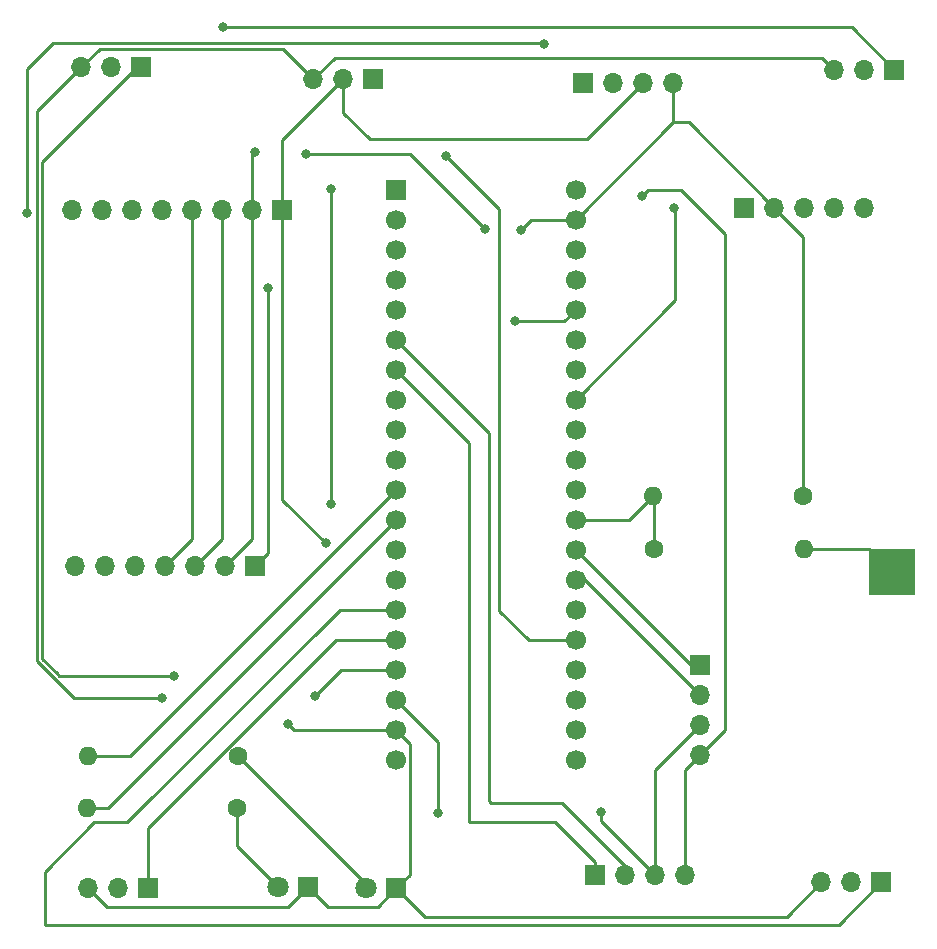
<source format=gbr>
%TF.GenerationSoftware,KiCad,Pcbnew,(6.0.1-0)*%
%TF.CreationDate,2022-02-26T01:43:07+01:00*%
%TF.ProjectId,YMFC-32,594d4643-2d33-4322-9e6b-696361645f70,rev?*%
%TF.SameCoordinates,Original*%
%TF.FileFunction,Copper,L1,Top*%
%TF.FilePolarity,Positive*%
%FSLAX46Y46*%
G04 Gerber Fmt 4.6, Leading zero omitted, Abs format (unit mm)*
G04 Created by KiCad (PCBNEW (6.0.1-0)) date 2022-02-26 01:43:07*
%MOMM*%
%LPD*%
G01*
G04 APERTURE LIST*
%TA.AperFunction,ComponentPad*%
%ADD10C,1.700000*%
%TD*%
%TA.AperFunction,ComponentPad*%
%ADD11R,1.700000X1.700000*%
%TD*%
%TA.AperFunction,ComponentPad*%
%ADD12O,1.700000X1.700000*%
%TD*%
%TA.AperFunction,SMDPad,CuDef*%
%ADD13R,4.000000X4.000000*%
%TD*%
%TA.AperFunction,ComponentPad*%
%ADD14C,1.600000*%
%TD*%
%TA.AperFunction,ComponentPad*%
%ADD15O,1.600000X1.600000*%
%TD*%
%TA.AperFunction,ComponentPad*%
%ADD16R,1.800000X1.800000*%
%TD*%
%TA.AperFunction,ComponentPad*%
%ADD17C,1.800000*%
%TD*%
%TA.AperFunction,ViaPad*%
%ADD18C,0.800000*%
%TD*%
%TA.AperFunction,Conductor*%
%ADD19C,0.250000*%
%TD*%
G04 APERTURE END LIST*
D10*
%TO.P,U1,40,GND*%
%TO.N,GND2*%
X152570000Y-70970000D03*
D11*
%TO.P,U1,1,PB12*%
%TO.N,unconnected-(U1-Pad1)*%
X137330000Y-70970000D03*
D10*
%TO.P,U1,39,GND*%
%TO.N,GND1*%
X152570000Y-73510000D03*
%TO.P,U1,2,PB13*%
%TO.N,unconnected-(U1-Pad2)*%
X137330000Y-73510000D03*
%TO.P,U1,38,3V3*%
%TO.N,+3V3*%
X152570000Y-76050000D03*
%TO.P,U1,3,PB14*%
%TO.N,unconnected-(U1-Pad3)*%
X137330000Y-76050000D03*
%TO.P,U1,37,RST*%
%TO.N,unconnected-(U1-Pad37)*%
X152570000Y-78590000D03*
%TO.P,U1,4,PB15*%
%TO.N,unconnected-(U1-Pad4)*%
X137330000Y-78590000D03*
%TO.P,U1,36,PB11*%
%TO.N,SDA*%
X152570000Y-81130000D03*
%TO.P,U1,5,PA8*%
%TO.N,unconnected-(U1-Pad5)*%
X137330000Y-81130000D03*
%TO.P,U1,35,PB10*%
%TO.N,SCL*%
X152570000Y-83670000D03*
%TO.P,U1,6,PA9*%
%TO.N,UART_RX*%
X137330000Y-83670000D03*
%TO.P,U1,34,PB1*%
%TO.N,unconnected-(U1-Pad34)*%
X152570000Y-86210000D03*
%TO.P,U1,7,PA10*%
%TO.N,UART_TX*%
X137330000Y-86210000D03*
%TO.P,U1,33,PB0*%
%TO.N,TLM_TX*%
X152570000Y-88750000D03*
%TO.P,U1,8,PA11*%
%TO.N,unconnected-(U1-Pad8)*%
X137330000Y-88750000D03*
%TO.P,U1,32,PA7*%
%TO.N,unconnected-(U1-Pad32)*%
X152570000Y-91290000D03*
%TO.P,U1,9,PA12*%
%TO.N,unconnected-(U1-Pad9)*%
X137330000Y-91290000D03*
%TO.P,U1,31,PA6*%
%TO.N,unconnected-(U1-Pad31)*%
X152570000Y-93830000D03*
%TO.P,U1,10,PA15*%
%TO.N,unconnected-(U1-Pad10)*%
X137330000Y-93830000D03*
%TO.P,U1,30,PA5*%
%TO.N,unconnected-(U1-Pad30)*%
X152570000Y-96370000D03*
%TO.P,U1,11,PB3*%
%TO.N,LED_GREEN*%
X137330000Y-96370000D03*
%TO.P,U1,29,PA4*%
%TO.N,V_BAT*%
X152570000Y-98910000D03*
%TO.P,U1,12,PB4*%
%TO.N,LED_RED*%
X137330000Y-98910000D03*
%TO.P,U1,28,PA3*%
%TO.N,GPS_TX*%
X152570000Y-101450000D03*
%TO.P,U1,13,PB5*%
%TO.N,unconnected-(U1-Pad13)*%
X137330000Y-101450000D03*
%TO.P,U1,27,PA2*%
%TO.N,GPS_RX*%
X152570000Y-103990000D03*
%TO.P,U1,14,PB6*%
%TO.N,ESC_1*%
X137330000Y-103990000D03*
%TO.P,U1,26,PA1*%
%TO.N,unconnected-(U1-Pad26)*%
X152570000Y-106530000D03*
%TO.P,U1,15,PB7*%
%TO.N,ESC_2*%
X137330000Y-106530000D03*
%TO.P,U1,25,PA0*%
%TO.N,PPM*%
X152570000Y-109070000D03*
%TO.P,U1,16,PB8*%
%TO.N,ESC_3*%
X137330000Y-109070000D03*
%TO.P,U1,24,PC15*%
%TO.N,unconnected-(U1-Pad24)*%
X152570000Y-111610000D03*
%TO.P,U1,17,PB9*%
%TO.N,ESC_4*%
X137330000Y-111610000D03*
%TO.P,U1,23,PC14*%
%TO.N,unconnected-(U1-Pad23)*%
X152570000Y-114150000D03*
%TO.P,U1,18,5V*%
%TO.N,+5V*%
X137330000Y-114150000D03*
%TO.P,U1,22,PC13*%
%TO.N,unconnected-(U1-Pad22)*%
X152570000Y-116690000D03*
%TO.P,U1,19,GND*%
%TO.N,GND*%
X137330000Y-116690000D03*
%TO.P,U1,21,VBat*%
%TO.N,unconnected-(U1-Pad21)*%
X152570000Y-119230000D03*
%TO.P,U1,20,3V3*%
%TO.N,unconnected-(U1-Pad20)*%
X137330000Y-119230000D03*
%TD*%
D11*
%TO.P,J5,1,Pin_1*%
%TO.N,ESC_4*%
X115725000Y-60600000D03*
D12*
%TO.P,J5,2,Pin_2*%
%TO.N,unconnected-(J5-Pad2)*%
X113185000Y-60600000D03*
%TO.P,J5,3,Pin_3*%
%TO.N,GND*%
X110645000Y-60600000D03*
%TD*%
D13*
%TO.P,J6,1,Pin_1*%
%TO.N,Net-(J6-Pad1)*%
X179300000Y-103300000D03*
%TD*%
D14*
%TO.P,R4,1*%
%TO.N,GND1*%
X171800000Y-96900000D03*
D15*
%TO.P,R4,2*%
%TO.N,V_BAT*%
X159100000Y-96900000D03*
%TD*%
D11*
%TO.P,J4,1,Pin_1*%
%TO.N,ESC_3*%
X116325000Y-130100000D03*
D12*
%TO.P,J4,2,Pin_2*%
%TO.N,unconnected-(J4-Pad2)*%
X113785000Y-130100000D03*
%TO.P,J4,3,Pin_3*%
%TO.N,GND*%
X111245000Y-130100000D03*
%TD*%
D11*
%TO.P,J11,1,Pin_1*%
%TO.N,+3V3*%
X125440000Y-102800000D03*
D12*
%TO.P,J11,2,Pin_2*%
%TO.N,GND1*%
X122900000Y-102800000D03*
%TO.P,J11,3,Pin_3*%
%TO.N,SCL*%
X120360000Y-102800000D03*
%TO.P,J11,4,Pin_4*%
%TO.N,SDA*%
X117820000Y-102800000D03*
%TO.P,J11,5,Pin_5*%
%TO.N,unconnected-(J11-Pad5)*%
X115280000Y-102800000D03*
%TO.P,J11,6,Pin_6*%
%TO.N,unconnected-(J11-Pad6)*%
X112740000Y-102800000D03*
%TO.P,J11,7,Pin_7*%
%TO.N,unconnected-(J11-Pad7)*%
X110200000Y-102800000D03*
%TD*%
D16*
%TO.P,D2,1,K*%
%TO.N,GND*%
X129900000Y-130000000D03*
D17*
%TO.P,D2,2,A*%
%TO.N,Net-(D2-Pad2)*%
X127360000Y-130000000D03*
%TD*%
D16*
%TO.P,D1,1,K*%
%TO.N,GND*%
X137375000Y-130100000D03*
D17*
%TO.P,D1,2,A*%
%TO.N,Net-(D1-Pad2)*%
X134835000Y-130100000D03*
%TD*%
D11*
%TO.P,J2,1,Pin_1*%
%TO.N,ESC_1*%
X179525000Y-60800000D03*
D12*
%TO.P,J2,2,Pin_2*%
%TO.N,+5V*%
X176985000Y-60800000D03*
%TO.P,J2,3,Pin_3*%
%TO.N,GND*%
X174445000Y-60800000D03*
%TD*%
D14*
%TO.P,R2,1*%
%TO.N,Net-(D2-Pad2)*%
X123900000Y-123300000D03*
D15*
%TO.P,R2,2*%
%TO.N,LED_RED*%
X111200000Y-123300000D03*
%TD*%
D11*
%TO.P,J3,1,Pin_1*%
%TO.N,ESC_2*%
X178425000Y-129600000D03*
D12*
%TO.P,J3,2,Pin_2*%
%TO.N,unconnected-(J3-Pad2)*%
X175885000Y-129600000D03*
%TO.P,J3,3,Pin_3*%
%TO.N,GND*%
X173345000Y-129600000D03*
%TD*%
D11*
%TO.P,J12,1,Pin_1*%
%TO.N,+5V*%
X166825000Y-72500000D03*
D12*
%TO.P,J12,2,Pin_2*%
%TO.N,GND1*%
X169365000Y-72500000D03*
%TO.P,J12,3,Pin_3*%
%TO.N,SCL*%
X171905000Y-72500000D03*
%TO.P,J12,4,Pin_4*%
%TO.N,SDA*%
X174445000Y-72500000D03*
%TO.P,J12,5,Pin_5*%
%TO.N,unconnected-(J12-Pad5)*%
X176985000Y-72500000D03*
%TD*%
D11*
%TO.P,J1,1,Pin_1*%
%TO.N,PPM*%
X135425000Y-61600000D03*
D12*
%TO.P,J1,2,Pin_2*%
%TO.N,+5V*%
X132885000Y-61600000D03*
%TO.P,J1,3,Pin_3*%
%TO.N,GND*%
X130345000Y-61600000D03*
%TD*%
D11*
%TO.P,J9,1,Pin_1*%
%TO.N,GPS_TX*%
X163100000Y-111200000D03*
D12*
%TO.P,J9,2,Pin_2*%
%TO.N,GPS_RX*%
X163100000Y-113740000D03*
%TO.P,J9,3,Pin_3*%
%TO.N,+5V*%
X163100000Y-116280000D03*
%TO.P,J9,4,Pin_4*%
%TO.N,GND2*%
X163100000Y-118820000D03*
%TD*%
D11*
%TO.P,J7,1,Pin_1*%
%TO.N,TLM_TX*%
X153200000Y-61900000D03*
D12*
%TO.P,J7,2,Pin_2*%
%TO.N,unconnected-(J7-Pad2)*%
X155740000Y-61900000D03*
%TO.P,J7,3,Pin_3*%
%TO.N,+5V*%
X158280000Y-61900000D03*
%TO.P,J7,4,Pin_4*%
%TO.N,GND1*%
X160820000Y-61900000D03*
%TD*%
D14*
%TO.P,R3,1*%
%TO.N,V_BAT*%
X159150000Y-101400000D03*
D15*
%TO.P,R3,2*%
%TO.N,Net-(J6-Pad1)*%
X171850000Y-101400000D03*
%TD*%
D11*
%TO.P,J10,1,Pin_1*%
%TO.N,+5V*%
X127700000Y-72700000D03*
D12*
%TO.P,J10,2,Pin_2*%
%TO.N,GND1*%
X125160000Y-72700000D03*
%TO.P,J10,3,Pin_3*%
%TO.N,SCL*%
X122620000Y-72700000D03*
%TO.P,J10,4,Pin_4*%
%TO.N,SDA*%
X120080000Y-72700000D03*
%TO.P,J10,5,Pin_5*%
%TO.N,unconnected-(J10-Pad5)*%
X117540000Y-72700000D03*
%TO.P,J10,6,Pin_6*%
%TO.N,unconnected-(J10-Pad6)*%
X115000000Y-72700000D03*
%TO.P,J10,7,Pin_7*%
%TO.N,unconnected-(J10-Pad7)*%
X112460000Y-72700000D03*
%TO.P,J10,8,Pin_8*%
%TO.N,unconnected-(J10-Pad8)*%
X109920000Y-72700000D03*
%TD*%
D11*
%TO.P,J8,1,Pin_1*%
%TO.N,UART_TX*%
X154200000Y-129000000D03*
D12*
%TO.P,J8,2,Pin_2*%
%TO.N,UART_RX*%
X156740000Y-129000000D03*
%TO.P,J8,3,Pin_3*%
%TO.N,+5V*%
X159280000Y-129000000D03*
%TO.P,J8,4,Pin_4*%
%TO.N,GND2*%
X161820000Y-129000000D03*
%TD*%
D14*
%TO.P,R1,1*%
%TO.N,Net-(D1-Pad2)*%
X124000000Y-118900000D03*
D15*
%TO.P,R1,2*%
%TO.N,LED_GREEN*%
X111300000Y-118900000D03*
%TD*%
D18*
%TO.N,SDA*%
X147400000Y-82100000D03*
%TO.N,GND2*%
X158200000Y-71500000D03*
%TO.N,ESC_1*%
X131800000Y-97600000D03*
X122700000Y-57200000D03*
X131800000Y-70900000D03*
%TO.N,+3V3*%
X126500000Y-79300000D03*
X106100000Y-72900000D03*
X149900000Y-58600000D03*
%TO.N,GND1*%
X125400000Y-67800000D03*
X144900000Y-74300000D03*
X147900000Y-74400000D03*
X129700000Y-67900000D03*
%TO.N,TLM_TX*%
X160900000Y-72500000D03*
%TO.N,+5V*%
X131400000Y-100900000D03*
%TO.N,PPM*%
X141600000Y-68100000D03*
%TO.N,GND*%
X117500000Y-114000000D03*
X128200000Y-116200000D03*
%TO.N,ESC_4*%
X130500000Y-113800000D03*
X118500000Y-112100000D03*
%TO.N,+5V*%
X154700000Y-123600000D03*
X140900000Y-123700000D03*
%TD*%
D19*
%TO.N,GND2*%
X163100000Y-118820000D02*
X165200000Y-116720000D01*
X165200000Y-116720000D02*
X165200000Y-74700000D01*
X161500000Y-71000000D02*
X158700000Y-71000000D01*
X158700000Y-71000000D02*
X158200000Y-71500000D01*
X165200000Y-74700000D02*
X161500000Y-71000000D01*
%TO.N,GND*%
X130345000Y-61600000D02*
X127745000Y-59000000D01*
X127745000Y-59000000D02*
X112245000Y-59000000D01*
X112245000Y-59000000D02*
X110645000Y-60600000D01*
%TO.N,+3V3*%
X149900000Y-58600000D02*
X149800000Y-58500000D01*
X149800000Y-58500000D02*
X108300000Y-58500000D01*
X108300000Y-58500000D02*
X106100000Y-60700000D01*
X106100000Y-60700000D02*
X106100000Y-72900000D01*
%TO.N,ESC_1*%
X122700000Y-57200000D02*
X175925000Y-57200000D01*
X175925000Y-57200000D02*
X179525000Y-60800000D01*
%TO.N,GND*%
X174445000Y-60800000D02*
X173445000Y-59800000D01*
X173445000Y-59800000D02*
X132145000Y-59800000D01*
X132145000Y-59800000D02*
X130345000Y-61600000D01*
%TO.N,TLM_TX*%
X160900000Y-72500000D02*
X161000000Y-72600000D01*
X161000000Y-72600000D02*
X161000000Y-80320000D01*
X161000000Y-80320000D02*
X152570000Y-88750000D01*
%TO.N,UART_RX*%
X156740000Y-129000000D02*
X156740000Y-128240000D01*
X156740000Y-128240000D02*
X151400000Y-122900000D01*
X151400000Y-122900000D02*
X145400000Y-122900000D01*
X145400000Y-122900000D02*
X145200000Y-122700000D01*
X145200000Y-122700000D02*
X145200000Y-91540000D01*
X145200000Y-91540000D02*
X137330000Y-83670000D01*
%TO.N,GND*%
X111245000Y-130100000D02*
X112845000Y-131700000D01*
X128200000Y-131700000D02*
X129900000Y-130000000D01*
X112845000Y-131700000D02*
X128200000Y-131700000D01*
X129900000Y-130000000D02*
X131600000Y-131700000D01*
X131600000Y-131700000D02*
X135775000Y-131700000D01*
X135775000Y-131700000D02*
X137375000Y-130100000D01*
X173345000Y-129600000D02*
X170445000Y-132500000D01*
X170445000Y-132500000D02*
X139775000Y-132500000D01*
X139775000Y-132500000D02*
X137375000Y-130100000D01*
%TO.N,SDA*%
X147400000Y-82100000D02*
X151600000Y-82100000D01*
X151600000Y-82100000D02*
X152570000Y-81130000D01*
%TO.N,ESC_1*%
X131800000Y-70900000D02*
X131800000Y-97600000D01*
%TO.N,+3V3*%
X125440000Y-102800000D02*
X126500000Y-101740000D01*
X126500000Y-101740000D02*
X126500000Y-79300000D01*
%TO.N,GND1*%
X144900000Y-74300000D02*
X138500000Y-67900000D01*
X152570000Y-73510000D02*
X148790000Y-73510000D01*
X148790000Y-73510000D02*
X147900000Y-74400000D01*
X138500000Y-67900000D02*
X129700000Y-67900000D01*
X125400000Y-67800000D02*
X125160000Y-68040000D01*
X125160000Y-68040000D02*
X125160000Y-72700000D01*
%TO.N,+5V*%
X131400000Y-100900000D02*
X127700000Y-97200000D01*
X127700000Y-97200000D02*
X127700000Y-72700000D01*
%TO.N,PPM*%
X146100000Y-106600000D02*
X146100000Y-72600000D01*
X146100000Y-72600000D02*
X141600000Y-68100000D01*
X148570000Y-109070000D02*
X146100000Y-106600000D01*
X152570000Y-109070000D02*
X148570000Y-109070000D01*
%TO.N,GND*%
X137330000Y-116690000D02*
X128690000Y-116690000D01*
X128690000Y-116690000D02*
X128200000Y-116200000D01*
X117500000Y-114000000D02*
X110064282Y-114000000D01*
X110064282Y-114000000D02*
X106950480Y-110886197D01*
X106950480Y-110886197D02*
X106950480Y-64294520D01*
X106950480Y-64294520D02*
X110645000Y-60600000D01*
%TO.N,ESC_4*%
X107400000Y-110700000D02*
X108600000Y-111900000D01*
X115725000Y-60600000D02*
X115400000Y-60600000D01*
X115400000Y-60600000D02*
X107400000Y-68600000D01*
X132690000Y-111610000D02*
X137330000Y-111610000D01*
X108600000Y-111900000D02*
X108800000Y-112100000D01*
X108800000Y-112100000D02*
X118500000Y-112100000D01*
X107400000Y-68600000D02*
X107400000Y-110700000D01*
X130500000Y-113800000D02*
X132690000Y-111610000D01*
%TO.N,+5V*%
X137330000Y-114150000D02*
X140900000Y-117720000D01*
X154700000Y-124420000D02*
X159280000Y-129000000D01*
X140900000Y-117720000D02*
X140900000Y-123700000D01*
X154700000Y-123600000D02*
X154700000Y-124420000D01*
%TO.N,ESC_2*%
X178425000Y-129600000D02*
X174825000Y-133200000D01*
X174825000Y-133200000D02*
X107600000Y-133200000D01*
X107600000Y-133200000D02*
X107600000Y-128700000D01*
X107600000Y-128700000D02*
X111800000Y-124500000D01*
X111800000Y-124500000D02*
X114600000Y-124500000D01*
X114600000Y-124500000D02*
X132570000Y-106530000D01*
X132570000Y-106530000D02*
X137330000Y-106530000D01*
%TO.N,GPS_RX*%
X163100000Y-113740000D02*
X153350000Y-103990000D01*
X153350000Y-103990000D02*
X152570000Y-103990000D01*
%TO.N,GPS_TX*%
X163100000Y-111200000D02*
X162320000Y-111200000D01*
X162320000Y-111200000D02*
X152570000Y-101450000D01*
%TO.N,V_BAT*%
X159150000Y-101400000D02*
X159150000Y-96950000D01*
X159150000Y-96950000D02*
X159100000Y-96900000D01*
X152570000Y-98910000D02*
X157090000Y-98910000D01*
X157090000Y-98910000D02*
X159100000Y-96900000D01*
%TO.N,GND1*%
X171800000Y-96900000D02*
X171800000Y-74935000D01*
X171800000Y-74935000D02*
X169365000Y-72500000D01*
%TO.N,Net-(J6-Pad1)*%
X171850000Y-101400000D02*
X177400000Y-101400000D01*
X177400000Y-101400000D02*
X179300000Y-103300000D01*
%TO.N,+5V*%
X153480000Y-66700000D02*
X135100000Y-66700000D01*
X158280000Y-61900000D02*
X153480000Y-66700000D01*
X132885000Y-64485000D02*
X132885000Y-61600000D01*
X135100000Y-66700000D02*
X132885000Y-64485000D01*
X127700000Y-72700000D02*
X127700000Y-66785000D01*
X127700000Y-66785000D02*
X132885000Y-61600000D01*
%TO.N,GND1*%
X169365000Y-72500000D02*
X162125000Y-65260000D01*
X162125000Y-65260000D02*
X160820000Y-65260000D01*
X160820000Y-61900000D02*
X160820000Y-65260000D01*
X160820000Y-65260000D02*
X152570000Y-73510000D01*
%TO.N,UART_TX*%
X150800000Y-124500000D02*
X143500000Y-124500000D01*
X154200000Y-127900000D02*
X150800000Y-124500000D01*
X154200000Y-129000000D02*
X154200000Y-127900000D01*
X143500000Y-92380000D02*
X137330000Y-86210000D01*
X143500000Y-124500000D02*
X143500000Y-92380000D01*
%TO.N,+5V*%
X159280000Y-129000000D02*
X159280000Y-120100000D01*
X159280000Y-120100000D02*
X163100000Y-116280000D01*
%TO.N,GND2*%
X161820000Y-129000000D02*
X161820000Y-120100000D01*
X161820000Y-120100000D02*
X163100000Y-118820000D01*
%TO.N,GND*%
X137375000Y-130100000D02*
X138504511Y-128970489D01*
X138504511Y-128970489D02*
X138504511Y-117864511D01*
X138504511Y-117864511D02*
X137330000Y-116690000D01*
%TO.N,ESC_3*%
X116325000Y-130100000D02*
X116325000Y-124984700D01*
X116325000Y-124984700D02*
X132239700Y-109070000D01*
X132239700Y-109070000D02*
X137330000Y-109070000D01*
%TO.N,Net-(D1-Pad2)*%
X124000000Y-118900000D02*
X134835000Y-129735000D01*
X134835000Y-129735000D02*
X134835000Y-130100000D01*
%TO.N,Net-(D2-Pad2)*%
X123900000Y-123300000D02*
X123900000Y-126540000D01*
X123900000Y-126540000D02*
X127360000Y-130000000D01*
%TO.N,LED_RED*%
X111200000Y-123300000D02*
X112940000Y-123300000D01*
X112940000Y-123300000D02*
X137330000Y-98910000D01*
%TO.N,LED_GREEN*%
X111300000Y-118900000D02*
X114800000Y-118900000D01*
X114800000Y-118900000D02*
X137330000Y-96370000D01*
%TO.N,GND1*%
X125160000Y-72700000D02*
X125160000Y-100540000D01*
X125160000Y-100540000D02*
X122900000Y-102800000D01*
%TO.N,SCL*%
X122620000Y-72700000D02*
X122620000Y-100540000D01*
X122620000Y-100540000D02*
X120360000Y-102800000D01*
%TO.N,SDA*%
X120080000Y-72700000D02*
X120080000Y-100540000D01*
X120080000Y-100540000D02*
X117820000Y-102800000D01*
%TD*%
M02*

</source>
